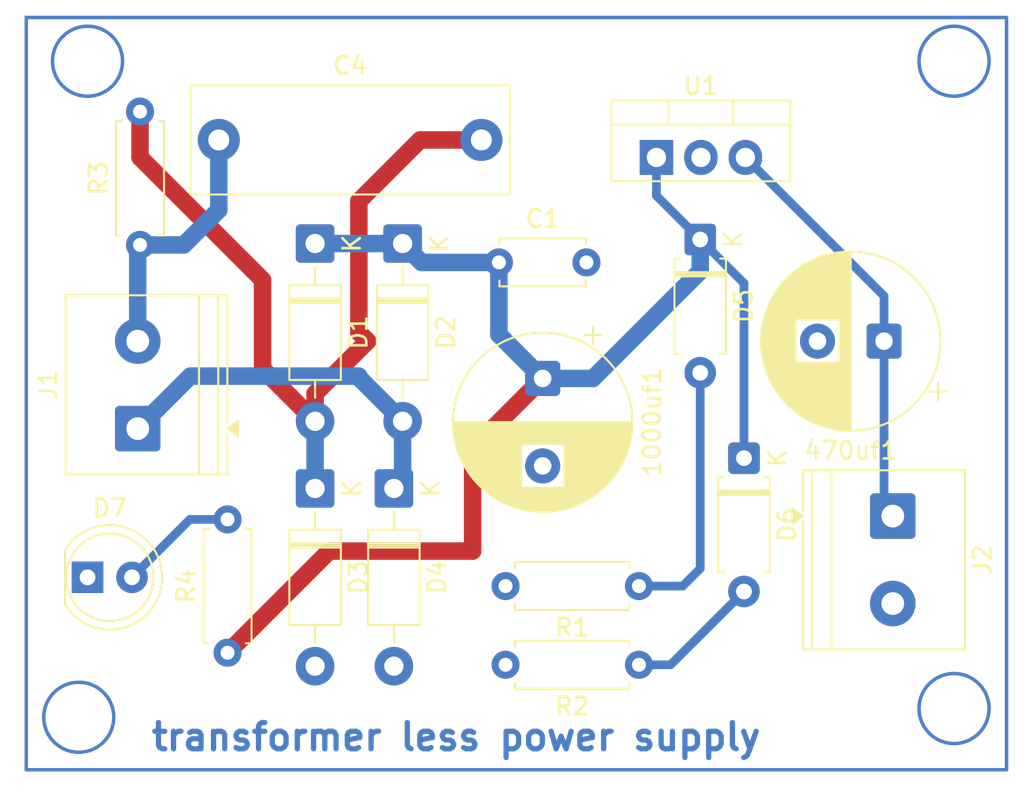
<source format=kicad_pcb>
(kicad_pcb (version 20241229) (generator "pcbnew") (generator_version "9.0")
  (layers (0 "F.Cu" signal) (2 "B.Cu" signal) (13 "F.Paste" user) (15 "B.Paste" user) (5 "F.SilkS" user "F.Silkscreen") (7 "B.SilkS" user "B.Silkscreen") (1 "F.Mask" user) (3 "B.Mask" user) (25 "Edge.Cuts" user))
  (net 0 "")
  (net 1 "/5V")
  (net 2 "GND")
  (net 3 "Net-(D1-K)")
  (net 4 "Net-(D1-A)")
  (net 5 "Net-(J1-Pin_2)")
  (net 6 "Net-(D2-A)")
  (net 7 "Net-(D5-A)")
  (net 8 "Net-(D6-A)")
  (net 9 "Net-(D7-A)")
  (footprint "Capacitor_THT:C_Disc_D4.7mm_W2.5mm_P5.00mm" (layer "F.Cu") (at 126.5 91.5)
    (property "Reference" "C1" (at 2.5 -2.5 0) (layer "F.SilkS"))
    (property "Value" "0.1uf")
    (pad "1" thru_hole circle (at 0 0) (size 1.6 1.6) (drill 0.8) (layers "*.Cu" "*.Mask") (net 3 "Net-(D1-K)"))
    (pad "2" thru_hole circle (at 5 0) (size 1.6 1.6) (drill 0.8) (layers "*.Cu" "*.Mask") (net 2 "GND"))
  )
  (footprint "Diode_THT:D_DO-41_SOD81_P10.16mm_Horizontal" (layer "F.Cu") (at 116 104.42 -90)
    (property "Reference" "D3" (at 5.08 -2.47 90) (layer "F.SilkS"))
    (property "Value" "1N4007")
    (fp_text user "K" (at 0 -2.1 90) (layer "F.SilkS"))
    (pad "1" thru_hole roundrect (at 0 0 270) (size 2.2 2.2) (drill 1.1) (layers "*.Cu" "*.Mask") (roundrect_rratio 0.113636) (net 4 "Net-(D1-A)"))
    (pad "2" thru_hole circle (at 10.16 0 270) (size 2.2 2.2) (drill 1.1) (layers "*.Cu" "*.Mask") (net 2 "GND"))
  )
  (footprint "Capacitor_THT:CP_Radial_D10.0mm_P5.00mm" (layer "F.Cu") (at 129 98.132323 -90)
    (property "Reference" "1000uf1" (at 2.5 -6.25 90) (layer "F.SilkS"))
    (property "Value" "C_Polarized")
    (pad "1" thru_hole roundrect (at 0 0 270) (size 2 2) (drill 1) (layers "*.Cu" "*.Mask") (roundrect_rratio 0.125) (net 3 "Net-(D1-K)"))
    (pad "2" thru_hole circle (at 5 0 270) (size 2 2) (drill 1) (layers "*.Cu" "*.Mask") (net 2 "GND"))
  )
  (footprint "Diode_THT:D_A-405_P7.62mm_Horizontal" (layer "F.Cu") (at 138 90.19 -90)
    (property "Reference" "D5" (at 3.81 -2.47 90) (layer "F.SilkS"))
    (property "Value" "D_Zener")
    (fp_text user "K" (at 0 -1.9 90) (layer "F.SilkS"))
    (pad "1" thru_hole roundrect (at 0 0 270) (size 1.8 1.8) (drill 0.9) (layers "*.Cu" "*.Mask") (roundrect_rratio 0.138889) (net 3 "Net-(D1-K)"))
    (pad "2" thru_hole circle (at 7.62 0 270) (size 1.8 1.8) (drill 0.9) (layers "*.Cu" "*.Mask") (net 7 "Net-(D5-A)"))
  )
  (footprint "LED_THT:LED_D5.0mm" (layer "F.Cu") (at 103 109.5)
    (property "Reference" "D7" (at 1.27 -3.96 0) (layer "F.SilkS"))
    (property "Value" "LED")
    (pad "1" thru_hole rect (at 0 0) (size 1.8 1.8) (drill 0.9) (layers "*.Cu" "*.Mask") (net 2 "GND"))
    (pad "2" thru_hole circle (at 2.54 0) (size 1.8 1.8) (drill 0.9) (layers "*.Cu" "*.Mask") (net 9 "Net-(D7-A)"))
  )
  (footprint "TerminalBlock_Phoenix:TerminalBlock_Phoenix_PT-1,5-2-5.0-H_1x02_P5.00mm_Horizontal" (layer "F.Cu") (at 105.8675 101 90)
    (property "Reference" "J1" (at 2.5 -5.12 90) (layer "F.SilkS"))
    (property "Value" "Screw_Terminal_01x02")
    (pad "1" thru_hole roundrect (at 0 0 90) (size 2.6 2.6) (drill 1.3) (layers "*.Cu" "*.Mask") (roundrect_rratio 0.096154) (net 6 "Net-(D2-A)"))
    (pad "2" thru_hole circle (at 5 0 90) (size 2.6 2.6) (drill 1.3) (layers "*.Cu" "*.Mask") (net 5 "Net-(J1-Pin_2)"))
  )
  (footprint "Resistor_THT:R_Axial_DIN0207_L6.3mm_D2.5mm_P7.62mm_Horizontal" (layer "F.Cu") (at 111 113.81 90)
    (property "Reference" "R4" (at 3.81 -2.37 90) (layer "F.SilkS"))
    (property "Value" "2.2k")
    (pad "1" thru_hole circle (at 0 0 90) (size 1.6 1.6) (drill 0.8) (layers "*.Cu" "*.Mask") (net 3 "Net-(D1-K)"))
    (pad "2" thru_hole circle (at 7.62 0 90) (size 1.6 1.6) (drill 0.8) (layers "*.Cu" "*.Mask") (net 9 "Net-(D7-A)"))
  )
  (footprint "Capacitor_THT:C_Rect_L18.0mm_W6.0mm_P15.00mm_FKS3_FKP3" (layer "F.Cu") (at 110.5 84.5)
    (property "Reference" "C4" (at 7.5 -4.25 0) (layer "F.SilkS"))
    (property "Value" "225k/2.2uF")
    (pad "1" thru_hole circle (at 0 0) (size 2.4 2.4) (drill 1.2) (layers "*.Cu" "*.Mask") (net 5 "Net-(J1-Pin_2)"))
    (pad "2" thru_hole circle (at 15 0) (size 2.4 2.4) (drill 1.2) (layers "*.Cu" "*.Mask") (net 4 "Net-(D1-A)"))
  )
  (footprint "Diode_THT:D_DO-41_SOD81_P10.16mm_Horizontal" (layer "F.Cu") (at 116 90.42 -90)
    (property "Reference" "D1" (at 5.08 -2.47 90) (layer "F.SilkS"))
    (property "Value" "1N4007")
    (fp_text user "K" (at 0 -2.1 90) (layer "F.SilkS"))
    (pad "1" thru_hole roundrect (at 0 0 270) (size 2.2 2.2) (drill 1.1) (layers "*.Cu" "*.Mask") (roundrect_rratio 0.113636) (net 3 "Net-(D1-K)"))
    (pad "2" thru_hole circle (at 10.16 0 270) (size 2.2 2.2) (drill 1.1) (layers "*.Cu" "*.Mask") (net 4 "Net-(D1-A)"))
  )
  (footprint "Capacitor_THT:CP_Radial_D10.0mm_P3.80mm" (layer "F.Cu") (at 148.5 96 180)
    (property "Reference" "470uf1" (at 1.9 -6.25 0) (layer "F.SilkS"))
    (property "Value" "C_Polarized")
    (pad "1" thru_hole roundrect (at 0 0 180) (size 2 2) (drill 1) (layers "*.Cu" "*.Mask") (roundrect_rratio 0.125) (net 1 "/5V"))
    (pad "2" thru_hole circle (at 3.8 0 180) (size 2 2) (drill 1) (layers "*.Cu" "*.Mask") (net 2 "GND"))
  )
  (footprint "Diode_THT:D_A-405_P7.62mm_Horizontal" (layer "F.Cu") (at 140.5 102.69 -90)
    (property "Reference" "D6" (at 3.81 -2.47 90) (layer "F.SilkS"))
    (property "Value" "D_Zener")
    (fp_text user "K" (at 0 -1.9 90) (layer "F.SilkS"))
    (pad "1" thru_hole roundrect (at 0 0 270) (size 1.8 1.8) (drill 0.9) (layers "*.Cu" "*.Mask") (roundrect_rratio 0.138889) (net 3 "Net-(D1-K)"))
    (pad "2" thru_hole circle (at 7.62 0 270) (size 1.8 1.8) (drill 0.9) (layers "*.Cu" "*.Mask") (net 8 "Net-(D6-A)"))
  )
  (footprint "Diode_THT:D_DO-41_SOD81_P10.16mm_Horizontal" (layer "F.Cu") (at 120.5 104.42 -90)
    (property "Reference" "D4" (at 5.08 -2.47 90) (layer "F.SilkS"))
    (property "Value" "1N4007")
    (fp_text user "K" (at 0 -2.1 90) (layer "F.SilkS"))
    (pad "1" thru_hole roundrect (at 0 0 270) (size 2.2 2.2) (drill 1.1) (layers "*.Cu" "*.Mask") (roundrect_rratio 0.113636) (net 6 "Net-(D2-A)"))
    (pad "2" thru_hole circle (at 10.16 0 270) (size 2.2 2.2) (drill 1.1) (layers "*.Cu" "*.Mask") (net 2 "GND"))
  )
  (footprint "Resistor_THT:R_Axial_DIN0207_L6.3mm_D2.5mm_P7.62mm_Horizontal" (layer "F.Cu") (at 134.5 114.5 180)
    (property "Reference" "R2" (at 3.81 -2.37 0) (layer "F.SilkS"))
    (property "Value" "20k")
    (pad "1" thru_hole circle (at 0 0 180) (size 1.6 1.6) (drill 0.8) (layers "*.Cu" "*.Mask") (net 8 "Net-(D6-A)"))
    (pad "2" thru_hole circle (at 7.62 0 180) (size 1.6 1.6) (drill 0.8) (layers "*.Cu" "*.Mask") (net 2 "GND"))
  )
  (footprint "Diode_THT:D_DO-41_SOD81_P10.16mm_Horizontal" (layer "F.Cu") (at 121 90.42 -90)
    (property "Reference" "D2" (at 5.08 -2.47 90) (layer "F.SilkS"))
    (property "Value" "1N4007")
    (fp_text user "K" (at 0 -2.1 90) (layer "F.SilkS"))
    (pad "1" thru_hole roundrect (at 0 0 270) (size 2.2 2.2) (drill 1.1) (layers "*.Cu" "*.Mask") (roundrect_rratio 0.113636) (net 3 "Net-(D1-K)"))
    (pad "2" thru_hole circle (at 10.16 0 270) (size 2.2 2.2) (drill 1.1) (layers "*.Cu" "*.Mask") (net 6 "Net-(D2-A)"))
  )
  (footprint "TerminalBlock_Phoenix:TerminalBlock_Phoenix_PT-1,5-2-5.0-H_1x02_P5.00mm_Horizontal" (layer "F.Cu") (at 149 106 -90)
    (property "Reference" "J2" (at 2.5 -5.12 90) (layer "F.SilkS"))
    (property "Value" "Screw_Terminal_01x02")
    (pad "1" thru_hole roundrect (at 0 0 270) (size 2.6 2.6) (drill 1.3) (layers "*.Cu" "*.Mask") (roundrect_rratio 0.096154) (net 1 "/5V"))
    (pad "2" thru_hole circle (at 5 0 270) (size 2.6 2.6) (drill 1.3) (layers "*.Cu" "*.Mask") (net 2 "GND"))
  )
  (footprint "Resistor_THT:R_Axial_DIN0207_L6.3mm_D2.5mm_P7.62mm_Horizontal" (layer "F.Cu") (at 106 90.5 90)
    (property "Reference" "R3" (at 3.81 -2.37 90) (layer "F.SilkS"))
    (property "Value" "1M")
    (pad "1" thru_hole circle (at 0 0 90) (size 1.6 1.6) (drill 0.8) (layers "*.Cu" "*.Mask") (net 5 "Net-(J1-Pin_2)"))
    (pad "2" thru_hole circle (at 7.62 0 90) (size 1.6 1.6) (drill 0.8) (layers "*.Cu" "*.Mask") (net 4 "Net-(D1-A)"))
  )
  (footprint "Package_TO_SOT_THT:TO-220-3_Vertical" (layer "F.Cu") (at 135.5 85.5)
    (property "Reference" "U1" (at 2.54 -4.1 0) (layer "F.SilkS"))
    (property "Value" "L7805")
    (pad "1" thru_hole rect (at 0 0) (size 1.905 2) (drill 1.1) (layers "*.Cu" "*.Mask") (net 3 "Net-(D1-K)"))
    (pad "2" thru_hole oval (at 2.54 0) (size 1.905 2) (drill 1.1) (layers "*.Cu" "*.Mask") (net 2 "GND"))
    (pad "3" thru_hole oval (at 5.08 0) (size 1.905 2) (drill 1.1) (layers "*.Cu" "*.Mask") (net 1 "/5V"))
  )
  (footprint "Resistor_THT:R_Axial_DIN0207_L6.3mm_D2.5mm_P7.62mm_Horizontal" (layer "F.Cu") (at 134.5 110 180)
    (property "Reference" "R1" (at 3.81 -2.37 0) (layer "F.SilkS"))
    (property "Value" "20k")
    (pad "1" thru_hole circle (at 0 0 180) (size 1.6 1.6) (drill 0.8) (layers "*.Cu" "*.Mask") (net 7 "Net-(D5-A)"))
    (pad "2" thru_hole circle (at 7.62 0 180) (size 1.6 1.6) (drill 0.8) (layers "*.Cu" "*.Mask") (net 2 "GND"))
  )
  (gr_rect (start 99.5 77.5) (end 155.5 120.5) (stroke (width 0.2)) (fill no) (layer "B.Cu") (net 2))
  (gr_circle (center 152.5 117) (end 154.5 117) (stroke (width 0.2)) (fill no) (layer "B.Cu") (net 6))
  (gr_circle (center 103 80) (end 105 80) (stroke (width 0.2)) (fill no) (layer "B.Cu") (net 6))
  (gr_circle (center 102.5 117.5) (end 104.5 117.5) (stroke (width 0.2)) (fill no) (layer "B.Cu") (net 6))
  (gr_circle (center 152.5 80) (end 154.5 80) (stroke (width 0.2)) (fill no) (layer "B.Cu"))
  (gr_text "transformer less power supply" (at 106.5 119.5 0) (layer "B.Cu") (effects (font (size 1.5 1.5) (thickness 0.3) (bold yes)) (justify left bottom)))
  (segment (start 148.5 105.5) (end 149 106) (width 0.5) (layer "B.Cu") (net 1))
  (segment (start 148.5 96) (end 148.5 105.5) (width 0.5) (layer "B.Cu") (net 1))
  (segment (start 148.5 93.42) (end 140.58 85.5) (width 0.5) (layer "B.Cu") (net 1))
  (segment (start 148.5 96) (end 148.5 93.42) (width 0.5) (layer "B.Cu") (net 1))
  (segment (start 129 98.132323) (end 125 102.132323) (width 1) (layer "F.Cu") (net 3))
  (segment (start 125 102.132323) (end 125 108) (width 1) (layer "F.Cu") (net 3))
  (segment (start 125 108) (end 116.81 108) (width 1) (layer "F.Cu") (net 3))
  (segment (start 116.81 108) (end 111 113.81) (width 1) (layer "F.Cu") (net 3))
  (segment (start 126.5 91.5) (end 122.08 91.5) (width 1) (layer "B.Cu") (net 3))
  (segment (start 135.5 87.69) (end 138 90.19) (width 0.5) (layer "B.Cu") (net 3))
  (segment (start 138 92) (end 138 90.19) (width 1) (layer "B.Cu") (net 3))
  (segment (start 121 90.42) (end 116 90.42) (width 1) (layer "B.Cu") (net 3))
  (segment (start 135.5 85.5) (end 135.5 87.69) (width 0.5) (layer "B.Cu") (net 3))
  (segment (start 140.5 102.69) (end 140.5 92.69) (width 0.5) (layer "B.Cu") (net 3))
  (segment (start 140.5 92.69) (end 138 90.19) (width 0.5) (layer "B.Cu") (net 3))
  (segment (start 126.5 95.632323) (end 129 98.132323) (width 1) (layer "B.Cu") (net 3))
  (segment (start 126.5 91.5) (end 126.5 95.632323) (width 1) (layer "B.Cu") (net 3))
  (segment (start 131.867677 98.132323) (end 138 92) (width 1) (layer "B.Cu") (net 3))
  (segment (start 129 98.132323) (end 131.867677 98.132323) (width 1) (layer "B.Cu") (net 3))
  (segment (start 122.08 91.5) (end 121 90.42) (width 1) (layer "B.Cu") (net 3))
  (segment (start 116 99) (end 116 100.58) (width 1) (layer "F.Cu") (net 4))
  (segment (start 125.5 84.5) (end 122 84.5) (width 1) (layer "F.Cu") (net 4))
  (segment (start 113 97.58) (end 113 92.5) (width 1) (layer "F.Cu") (net 4))
  (segment (start 113 92.5) (end 106 85.5) (width 1) (layer "F.Cu") (net 4))
  (segment (start 118.5 88) (end 118.5 95.5) (width 1) (layer "F.Cu") (net 4))
  (segment (start 119 96) (end 116 99) (width 1) (layer "F.Cu") (net 4))
  (segment (start 122 84.5) (end 118.5 88) (width 1) (layer "F.Cu") (net 4))
  (segment (start 116 100.58) (end 113 97.58) (width 1) (layer "F.Cu") (net 4))
  (segment (start 106 85.5) (end 106 82.88) (width 1) (layer "F.Cu") (net 4))
  (segment (start 118.5 95.5) (end 119 96) (width 1) (layer "F.Cu") (net 4))
  (segment (start 116 100.58) (end 116 104.42) (width 1) (layer "B.Cu") (net 4))
  (segment (start 105.8675 96) (end 106 96) (width 1) (layer "B.Cu") (net 5))
  (segment (start 108.5 90.5) (end 110.5 88.5) (width 1) (layer "B.Cu") (net 5))
  (segment (start 105.8675 96) (end 105.8675 90.6325) (width 1) (layer "B.Cu") (net 5))
  (segment (start 105.8675 90.6325) (end 106 90.5) (width 1) (layer "B.Cu") (net 5))
  (segment (start 106 90.5) (end 108.5 90.5) (width 1) (layer "B.Cu") (net 5))
  (segment (start 110.5 88.5) (end 110.5 84.5) (width 1) (layer "B.Cu") (net 5))
  (segment (start 121 100.58) (end 121 103.92) (width 1) (layer "B.Cu") (net 6))
  (segment (start 118.5 98) (end 118.5 98.08) (width 1) (layer "B.Cu") (net 6))
  (segment (start 118.5 98.08) (end 121 100.58) (width 1) (layer "B.Cu") (net 6))
  (segment (start 105.8675 101) (end 108.8675 98) (width 1) (layer "B.Cu") (net 6))
  (segment (start 121 103.92) (end 120.5 104.42) (width 1) (layer "B.Cu") (net 6))
  (segment (start 108.8675 98) (end 118.5 98) (width 1) (layer "B.Cu") (net 6))
  (segment (start 134.5 110) (end 137 110) (width 0.5) (layer "B.Cu") (net 7))
  (segment (start 137 110) (end 138 109) (width 0.5) (layer "B.Cu") (net 7))
  (segment (start 138 109) (end 138 97.81) (width 0.5) (layer "B.Cu") (net 7))
  (segment (start 134.5 114.5) (end 136.31 114.5) (width 0.5) (layer "B.Cu") (net 8))
  (segment (start 136.31 114.5) (end 140.5 110.31) (width 0.5) (layer "B.Cu") (net 8))
  (segment (start 108.85 106.19) (end 105.54 109.5) (width 0.5) (layer "B.Cu") (net 9))
  (segment (start 111 106.19) (end 108.85 106.19) (width 0.5) (layer "B.Cu") (net 9))
)
</source>
